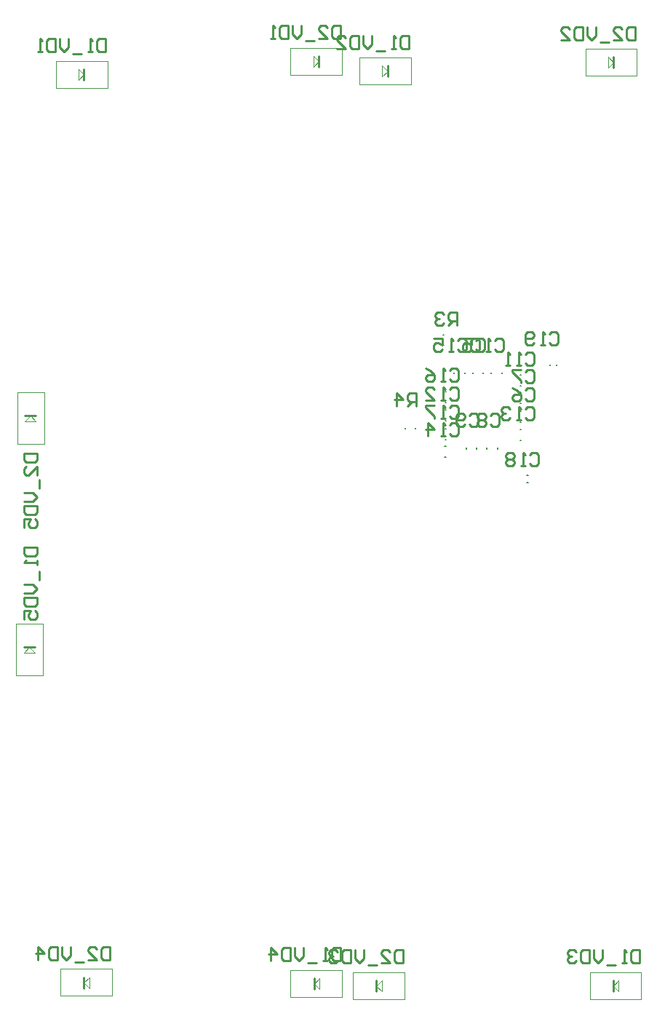
<source format=gbo>
G04 Layer_Color=32896*
%FSLAX25Y25*%
%MOIN*%
G70*
G01*
G75*
%ADD27C,0.00984*%
%ADD28C,0.01000*%
%ADD39C,0.00787*%
%ADD40C,0.00400*%
D27*
X246421Y91500D02*
Y94000D01*
Y89000D02*
Y91500D01*
X140945Y92000D02*
Y94500D01*
Y89500D02*
Y92000D01*
X275000Y90500D02*
Y93000D01*
Y88000D02*
Y90500D01*
X383445D02*
Y93000D01*
Y88000D02*
Y90500D01*
X141000Y505500D02*
Y508000D01*
Y510500D01*
X280079Y507000D02*
Y509500D01*
Y512000D01*
X383579Y511000D02*
Y513500D01*
Y516000D01*
X248555Y511500D02*
Y514000D01*
Y516500D01*
X116000Y245579D02*
X118500D01*
X113500D02*
X116000D01*
X116500Y351579D02*
X119000D01*
X114000D02*
X116500D01*
D28*
X258500Y107898D02*
Y101900D01*
X255501D01*
X254501Y102900D01*
Y106898D01*
X255501Y107898D01*
X258500D01*
X252502Y101900D02*
X250503D01*
X251502D01*
Y107898D01*
X252502Y106898D01*
X247504Y100900D02*
X243505D01*
X241506Y107898D02*
Y103899D01*
X239506Y101900D01*
X237507Y103899D01*
Y107898D01*
X235507D02*
Y101900D01*
X232508D01*
X231509Y102900D01*
Y106898D01*
X232508Y107898D01*
X235507D01*
X226510Y101900D02*
Y107898D01*
X229509Y104899D01*
X225511D01*
X153000Y108398D02*
Y102400D01*
X150001D01*
X149001Y103400D01*
Y107398D01*
X150001Y108398D01*
X153000D01*
X143003Y102400D02*
X147002D01*
X143003Y106399D01*
Y107398D01*
X144003Y108398D01*
X146002D01*
X147002Y107398D01*
X141004Y101400D02*
X137005D01*
X135006Y108398D02*
Y104399D01*
X133007Y102400D01*
X131007Y104399D01*
Y108398D01*
X129008D02*
Y102400D01*
X126009D01*
X125009Y103400D01*
Y107398D01*
X126009Y108398D01*
X129008D01*
X120011Y102400D02*
Y108398D01*
X123010Y105399D01*
X119011D01*
X287100Y106898D02*
Y100900D01*
X284101D01*
X283101Y101900D01*
Y105898D01*
X284101Y106898D01*
X287100D01*
X277103Y100900D02*
X281102D01*
X277103Y104899D01*
Y105898D01*
X278103Y106898D01*
X280102D01*
X281102Y105898D01*
X275104Y99900D02*
X271105D01*
X269106Y106898D02*
Y102899D01*
X267107Y100900D01*
X265107Y102899D01*
Y106898D01*
X263108D02*
Y100900D01*
X260109D01*
X259109Y101900D01*
Y105898D01*
X260109Y106898D01*
X263108D01*
X257110Y105898D02*
X256110Y106898D01*
X254111D01*
X253111Y105898D01*
Y104899D01*
X254111Y103899D01*
X255110D01*
X254111D01*
X253111Y102899D01*
Y101900D01*
X254111Y100900D01*
X256110D01*
X257110Y101900D01*
X395500Y106898D02*
Y100900D01*
X392501D01*
X391501Y101900D01*
Y105898D01*
X392501Y106898D01*
X395500D01*
X389502Y100900D02*
X387503D01*
X388502D01*
Y106898D01*
X389502Y105898D01*
X384504Y99900D02*
X380505D01*
X378505Y106898D02*
Y102899D01*
X376506Y100900D01*
X374507Y102899D01*
Y106898D01*
X372507D02*
Y100900D01*
X369508D01*
X368509Y101900D01*
Y105898D01*
X369508Y106898D01*
X372507D01*
X366509Y105898D02*
X365510Y106898D01*
X363510D01*
X362511Y105898D01*
Y104899D01*
X363510Y103899D01*
X364510D01*
X363510D01*
X362511Y102899D01*
Y101900D01*
X363510Y100900D01*
X365510D01*
X366509Y101900D01*
X150900Y524298D02*
Y518300D01*
X147901D01*
X146901Y519300D01*
Y523298D01*
X147901Y524298D01*
X150900D01*
X144902Y518300D02*
X142903D01*
X143902D01*
Y524298D01*
X144902Y523298D01*
X139904Y517300D02*
X135905D01*
X133905Y524298D02*
Y520299D01*
X131906Y518300D01*
X129907Y520299D01*
Y524298D01*
X127907D02*
Y518300D01*
X124908D01*
X123909Y519300D01*
Y523298D01*
X124908Y524298D01*
X127907D01*
X121909Y518300D02*
X119910D01*
X120910D01*
Y524298D01*
X121909Y523298D01*
X290000Y525798D02*
Y519800D01*
X287001D01*
X286001Y520800D01*
Y524798D01*
X287001Y525798D01*
X290000D01*
X284002Y519800D02*
X282003D01*
X283002D01*
Y525798D01*
X284002Y524798D01*
X279004Y518800D02*
X275005D01*
X273006Y525798D02*
Y521799D01*
X271006Y519800D01*
X269007Y521799D01*
Y525798D01*
X267007D02*
Y519800D01*
X264008D01*
X263009Y520800D01*
Y524798D01*
X264008Y525798D01*
X267007D01*
X257011Y519800D02*
X261009D01*
X257011Y523799D01*
Y524798D01*
X258010Y525798D01*
X260010D01*
X261009Y524798D01*
X393500Y529798D02*
Y523800D01*
X390501D01*
X389501Y524800D01*
Y528798D01*
X390501Y529798D01*
X393500D01*
X383503Y523800D02*
X387502D01*
X383503Y527799D01*
Y528798D01*
X384503Y529798D01*
X386502D01*
X387502Y528798D01*
X381504Y522800D02*
X377505D01*
X375506Y529798D02*
Y525799D01*
X373506Y523800D01*
X371507Y525799D01*
Y529798D01*
X369508D02*
Y523800D01*
X366509D01*
X365509Y524800D01*
Y528798D01*
X366509Y529798D01*
X369508D01*
X359511Y523800D02*
X363510D01*
X359511Y527799D01*
Y528798D01*
X360511Y529798D01*
X362510D01*
X363510Y528798D01*
X258500Y530298D02*
Y524300D01*
X255501D01*
X254501Y525300D01*
Y529298D01*
X255501Y530298D01*
X258500D01*
X248503Y524300D02*
X252502D01*
X248503Y528299D01*
Y529298D01*
X249503Y530298D01*
X251502D01*
X252502Y529298D01*
X246504Y523300D02*
X242505D01*
X240506Y530298D02*
Y526299D01*
X238507Y524300D01*
X236507Y526299D01*
Y530298D01*
X234508D02*
Y524300D01*
X231509D01*
X230509Y525300D01*
Y529298D01*
X231509Y530298D01*
X234508D01*
X228510Y524300D02*
X226510D01*
X227510D01*
Y530298D01*
X228510Y529298D01*
X113502Y291500D02*
X119500D01*
Y288501D01*
X118500Y287501D01*
X114502D01*
X113502Y288501D01*
Y291500D01*
X119500Y285502D02*
Y283503D01*
Y284502D01*
X113502D01*
X114502Y285502D01*
X120500Y280504D02*
Y276505D01*
X113502Y274505D02*
X117501D01*
X119500Y272506D01*
X117501Y270507D01*
X113502D01*
Y268507D02*
X119500D01*
Y265508D01*
X118500Y264509D01*
X114502D01*
X113502Y265508D01*
Y268507D01*
Y258511D02*
Y262509D01*
X116501D01*
X115501Y260510D01*
Y259510D01*
X116501Y258511D01*
X118500D01*
X119500Y259510D01*
Y261510D01*
X118500Y262509D01*
X113502Y334500D02*
X119500D01*
Y331501D01*
X118500Y330501D01*
X114502D01*
X113502Y331501D01*
Y334500D01*
X119500Y324503D02*
Y328502D01*
X115501Y324503D01*
X114502D01*
X113502Y325503D01*
Y327502D01*
X114502Y328502D01*
X120500Y322504D02*
Y318505D01*
X113502Y316506D02*
X117501D01*
X119500Y314507D01*
X117501Y312507D01*
X113502D01*
Y310508D02*
X119500D01*
Y307509D01*
X118500Y306509D01*
X114502D01*
X113502Y307509D01*
Y310508D01*
Y300511D02*
Y304510D01*
X116501D01*
X115501Y302510D01*
Y301511D01*
X116501Y300511D01*
X118500D01*
X119500Y301511D01*
Y303510D01*
X118500Y304510D01*
X320549Y386139D02*
X321548Y387138D01*
X323548D01*
X324547Y386139D01*
Y382140D01*
X323548Y381140D01*
X321548D01*
X320549Y382140D01*
X314550Y387138D02*
X318549D01*
Y384139D01*
X316550Y385139D01*
X315550D01*
X314550Y384139D01*
Y382140D01*
X315550Y381140D01*
X317549D01*
X318549Y382140D01*
X343092Y363239D02*
X344092Y364238D01*
X346091D01*
X347091Y363239D01*
Y359240D01*
X346091Y358240D01*
X344092D01*
X343092Y359240D01*
X337094Y364238D02*
X339093Y363239D01*
X341092Y361239D01*
Y359240D01*
X340093Y358240D01*
X338093D01*
X337094Y359240D01*
Y360240D01*
X338093Y361239D01*
X341092D01*
X343035Y371739D02*
X344035Y372738D01*
X346034D01*
X347034Y371739D01*
Y367740D01*
X346034Y366740D01*
X344035D01*
X343035Y367740D01*
X341036Y372738D02*
X337037D01*
Y371739D01*
X341036Y367740D01*
Y366740D01*
X327048Y351695D02*
X328048Y352695D01*
X330048D01*
X331047Y351695D01*
Y347696D01*
X330048Y346697D01*
X328048D01*
X327048Y347696D01*
X325049Y351695D02*
X324049Y352695D01*
X322050D01*
X321051Y351695D01*
Y350696D01*
X322050Y349696D01*
X321051Y348696D01*
Y347696D01*
X322050Y346697D01*
X324049D01*
X325049Y347696D01*
Y348696D01*
X324049Y349696D01*
X325049Y350696D01*
Y351695D01*
X324049Y349696D02*
X322050D01*
X317548Y351652D02*
X318548Y352652D01*
X320548D01*
X321547Y351652D01*
Y347653D01*
X320548Y346654D01*
X318548D01*
X317548Y347653D01*
X315549D02*
X314549Y346654D01*
X312550D01*
X311550Y347653D01*
Y351652D01*
X312550Y352652D01*
X314549D01*
X315549Y351652D01*
Y350652D01*
X314549Y349653D01*
X311550D01*
X329048Y386139D02*
X330048Y387138D01*
X332048D01*
X333047Y386139D01*
Y382140D01*
X332048Y381140D01*
X330048D01*
X329048Y382140D01*
X327049Y381140D02*
X325050D01*
X326049D01*
Y387138D01*
X327049Y386139D01*
X322051D02*
X321051Y387138D01*
X319052D01*
X318052Y386139D01*
Y382140D01*
X319052Y381140D01*
X321051D01*
X322051Y382140D01*
Y386139D01*
X343035Y379738D02*
X344035Y380738D01*
X346034D01*
X347034Y379738D01*
Y375740D01*
X346034Y374740D01*
X344035D01*
X343035Y375740D01*
X341036Y374740D02*
X339036D01*
X340036D01*
Y380738D01*
X341036Y379738D01*
X336037Y374740D02*
X334038D01*
X335038D01*
Y380738D01*
X336037Y379738D01*
X308535Y363738D02*
X309535Y364738D01*
X311534D01*
X312534Y363738D01*
Y359740D01*
X311534Y358740D01*
X309535D01*
X308535Y359740D01*
X306536Y358740D02*
X304537D01*
X305536D01*
Y364738D01*
X306536Y363738D01*
X297539Y358740D02*
X301537D01*
X297539Y362739D01*
Y363738D01*
X298538Y364738D01*
X300538D01*
X301537Y363738D01*
X343092Y354738D02*
X344092Y355738D01*
X346091D01*
X347091Y354738D01*
Y350740D01*
X346091Y349740D01*
X344092D01*
X343092Y350740D01*
X341092Y349740D02*
X339093D01*
X340093D01*
Y355738D01*
X341092Y354738D01*
X336094D02*
X335094Y355738D01*
X333095D01*
X332095Y354738D01*
Y353739D01*
X333095Y352739D01*
X334095D01*
X333095D01*
X332095Y351740D01*
Y350740D01*
X333095Y349740D01*
X335094D01*
X336094Y350740D01*
X308449Y347238D02*
X309448Y348238D01*
X311448D01*
X312447Y347238D01*
Y343240D01*
X311448Y342240D01*
X309448D01*
X308449Y343240D01*
X306449Y342240D02*
X304450D01*
X305450D01*
Y348238D01*
X306449Y347238D01*
X298452Y342240D02*
Y348238D01*
X301451Y345239D01*
X297452D01*
X312049Y386139D02*
X313048Y387138D01*
X315048D01*
X316047Y386139D01*
Y382140D01*
X315048Y381140D01*
X313048D01*
X312049Y382140D01*
X310049Y381140D02*
X308050D01*
X309050D01*
Y387138D01*
X310049Y386139D01*
X301052Y387138D02*
X305051D01*
Y384139D01*
X303051Y385139D01*
X302052D01*
X301052Y384139D01*
Y382140D01*
X302052Y381140D01*
X304051D01*
X305051Y382140D01*
X308535Y372238D02*
X309535Y373238D01*
X311534D01*
X312534Y372238D01*
Y368240D01*
X311534Y367240D01*
X309535D01*
X308535Y368240D01*
X306536Y367240D02*
X304537D01*
X305536D01*
Y373238D01*
X306536Y372238D01*
X297539Y373238D02*
X299538Y372238D01*
X301537Y370239D01*
Y368240D01*
X300538Y367240D01*
X298538D01*
X297539Y368240D01*
Y369239D01*
X298538Y370239D01*
X301537D01*
X308535Y355239D02*
X309535Y356238D01*
X311534D01*
X312534Y355239D01*
Y351240D01*
X311534Y350240D01*
X309535D01*
X308535Y351240D01*
X306536Y350240D02*
X304537D01*
X305536D01*
Y356238D01*
X306536Y355239D01*
X301537Y356238D02*
X297539D01*
Y355239D01*
X301537Y351240D01*
Y350240D01*
X345249Y333839D02*
X346248Y334838D01*
X348248D01*
X349247Y333839D01*
Y329840D01*
X348248Y328840D01*
X346248D01*
X345249Y329840D01*
X343249Y328840D02*
X341250D01*
X342249D01*
Y334838D01*
X343249Y333839D01*
X338251D02*
X337251Y334838D01*
X335252D01*
X334252Y333839D01*
Y332839D01*
X335252Y331839D01*
X334252Y330839D01*
Y329840D01*
X335252Y328840D01*
X337251D01*
X338251Y329840D01*
Y330839D01*
X337251Y331839D01*
X338251Y332839D01*
Y333839D01*
X337251Y331839D02*
X335252D01*
X354149Y388938D02*
X355148Y389938D01*
X357148D01*
X358147Y388938D01*
Y384940D01*
X357148Y383940D01*
X355148D01*
X354149Y384940D01*
X352149Y383940D02*
X350150D01*
X351150D01*
Y389938D01*
X352149Y388938D01*
X347151Y384940D02*
X346151Y383940D01*
X344152D01*
X343152Y384940D01*
Y388938D01*
X344152Y389938D01*
X346151D01*
X347151Y388938D01*
Y387939D01*
X346151Y386939D01*
X343152D01*
X311747Y393040D02*
Y399038D01*
X308748D01*
X307749Y398039D01*
Y396039D01*
X308748Y395040D01*
X311747D01*
X309748D02*
X307749Y393040D01*
X305749Y398039D02*
X304749Y399038D01*
X302750D01*
X301750Y398039D01*
Y397039D01*
X302750Y396039D01*
X303750D01*
X302750D01*
X301750Y395040D01*
Y394040D01*
X302750Y393040D01*
X304749D01*
X305749Y394040D01*
X293347Y355940D02*
Y361938D01*
X290348D01*
X289349Y360939D01*
Y358939D01*
X290348Y357940D01*
X293347D01*
X291348D02*
X289349Y355940D01*
X284350D02*
Y361938D01*
X287349Y358939D01*
X283350D01*
D39*
X292910Y345803D02*
Y346197D01*
X288185Y345803D02*
Y346197D01*
X305610Y383878D02*
X306004D01*
X305610Y388602D02*
X306004D01*
X354472Y374693D02*
Y375087D01*
X357622Y374693D02*
Y375087D01*
X344000Y324315D02*
X344394D01*
X344000Y321165D02*
X344394D01*
X316087Y336500D02*
Y336894D01*
X321008Y336500D02*
Y336894D01*
X306307Y337701D02*
X306701D01*
X306307Y332780D02*
X306701D01*
X306394Y345701D02*
X306787D01*
X306394Y340779D02*
X306787D01*
X306394Y354201D02*
X306787D01*
X306394Y349279D02*
X306787D01*
X306394Y362701D02*
X306787D01*
X306394Y357780D02*
X306787D01*
X315508Y371000D02*
Y371394D01*
X310587Y371000D02*
Y371394D01*
X324008Y371000D02*
Y371394D01*
X319087Y371000D02*
Y371394D01*
X332508Y371000D02*
Y371394D01*
X327587Y371000D02*
Y371394D01*
X340894Y365280D02*
X341287D01*
X340894Y370201D02*
X341287D01*
X340894Y357279D02*
X341287D01*
X340894Y362201D02*
X341287D01*
X340894Y348780D02*
X341287D01*
X340894Y353701D02*
X341287D01*
X340894Y340280D02*
X341287D01*
X340894Y345201D02*
X341287D01*
X325587Y336500D02*
Y336894D01*
X330508Y336500D02*
Y336894D01*
D40*
X235677Y97701D02*
X259299D01*
X235677Y85398D02*
Y97701D01*
Y85398D02*
X259299D01*
Y97701D01*
X246421Y91500D02*
X248921Y94000D01*
Y91500D02*
Y94000D01*
X246421Y91500D02*
X248921Y89000D01*
Y91500D01*
X130201Y98201D02*
X153823D01*
X130201Y85898D02*
Y98201D01*
Y85898D02*
X153823D01*
Y98201D01*
X140945Y92000D02*
X143445Y94500D01*
Y92000D02*
Y94500D01*
X140945Y92000D02*
X143445Y89500D01*
Y92000D01*
X264256Y96701D02*
X287878D01*
X264256Y84398D02*
Y96701D01*
Y84398D02*
X287878D01*
Y96701D01*
X275000Y90500D02*
X277500Y93000D01*
Y90500D02*
Y93000D01*
X275000Y90500D02*
X277500Y88000D01*
Y90500D01*
X372701Y96701D02*
X396323D01*
X372701Y84398D02*
Y96701D01*
Y84398D02*
X396323D01*
Y96701D01*
X383445Y90500D02*
X385945Y93000D01*
Y90500D02*
Y93000D01*
X383445Y90500D02*
X385945Y88000D01*
Y90500D01*
X128122Y501799D02*
X151744D01*
Y514102D01*
X128122D02*
X151744D01*
X128122Y501799D02*
Y514102D01*
X138500Y505500D02*
X141000Y508000D01*
X138500Y505500D02*
Y508000D01*
Y510500D02*
X141000Y508000D01*
X138500D02*
Y510500D01*
X267201Y503299D02*
X290823D01*
Y515602D01*
X267201D02*
X290823D01*
X267201Y503299D02*
Y515602D01*
X277579Y507000D02*
X280079Y509500D01*
X277579Y507000D02*
Y509500D01*
Y512000D02*
X280079Y509500D01*
X277579D02*
Y512000D01*
X370701Y507299D02*
X394323D01*
Y519602D01*
X370701D02*
X394323D01*
X370701Y507299D02*
Y519602D01*
X381079Y511000D02*
X383579Y513500D01*
X381079Y511000D02*
Y513500D01*
Y516000D02*
X383579Y513500D01*
X381079D02*
Y516000D01*
X235677Y507799D02*
X259299D01*
Y520102D01*
X235677D02*
X259299D01*
X235677Y507799D02*
Y520102D01*
X246055Y511500D02*
X248555Y514000D01*
X246055Y511500D02*
Y514000D01*
Y516500D02*
X248555Y514000D01*
X246055D02*
Y516500D01*
X122201Y232701D02*
Y256323D01*
X109898D02*
X122201D01*
X109898Y232701D02*
Y256323D01*
Y232701D02*
X122201D01*
X116000Y245579D02*
X118500Y243079D01*
X116000D02*
X118500D01*
X113500D02*
X116000Y245579D01*
X113500Y243079D02*
X116000D01*
X122701Y338701D02*
Y362323D01*
X110398D02*
X122701D01*
X110398Y338701D02*
Y362323D01*
Y338701D02*
X122701D01*
X116500Y351579D02*
X119000Y349079D01*
X116500D02*
X119000D01*
X114000D02*
X116500Y351579D01*
X114000Y349079D02*
X116500D01*
M02*

</source>
